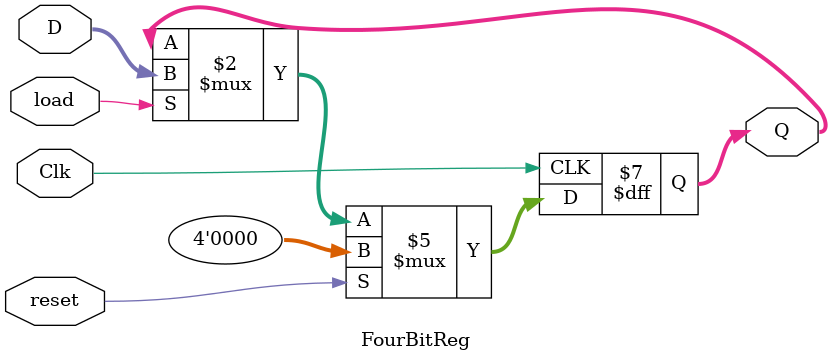
<source format=v>
`timescale 1ns / 1ps

module FourBitReg(
    D,
    Clk,
    load,
    reset,
    Q);
    
    input [3:0] D;
    input Clk;
    input reset;
    input load;
    output reg [3:0]Q;
    //Controlled register clocking with a synchronous reset and enable/load
    always @(posedge Clk)
        if(reset)
        begin
            Q <= 0;
        end else if(load)
        begin
            Q <= D;
        end 
endmodule

</source>
